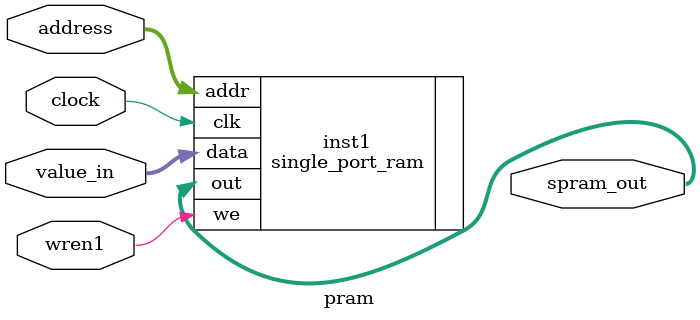
<source format=v>
`define WIDTH 2        // Bit width 
`define DEPTH 33         // Bit depth

module  pram(
  clock,
  wren1,
  address,
  value_in,
  spram_out,
);

// SIGNAL DECLARATIONS
input   clock;

input wren1;

input  [`WIDTH-1:0] value_in;

output [`WIDTH-1:0] spram_out;


input [`DEPTH-1:0] address;

defparam inst1.ADDR_WIDTH = `DEPTH;
defparam inst1.DATA_WIDTH = `WIDTH;
single_port_ram inst1(
  .we(wren1),
  .clk(clock),
  .data(value_in),
  .out(spram_out),
  .addr(address)
);

endmodule

</source>
